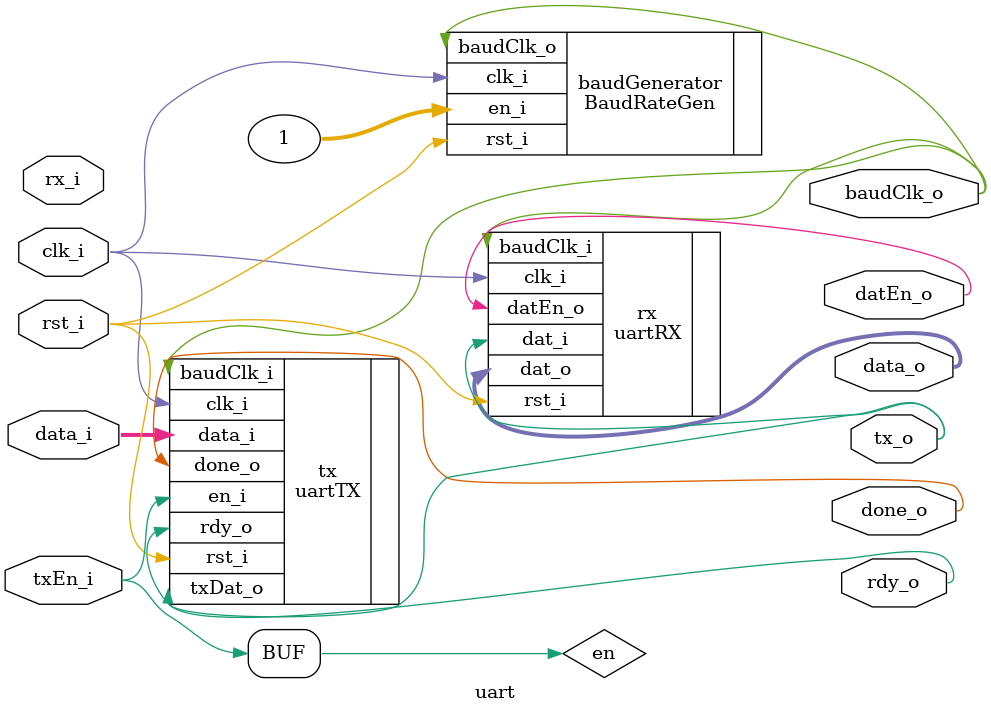
<source format=sv>
`timescale 1ns / 1ps


module uart 
#(
    parameter CLK_RATE = 100000000,
    parameter BAUD_RATE = 9600
 )
(
    input wire clk_i, rst_i,
    input wire txEn_i,
    input wire rx_i,
    input wire[7:0] data_i,
    output reg baudClk_o, tx_o, rdy_o, done_o, datEn_o,
    output reg[7:0] data_o
);

wire baudClk;

wire en;

//button_press_detector buttonDetect (
//    .clk_i   (clk_i),
//    .button_i(txEn_i),
//    .press_o (en)
//);

assign en = txEn_i;

BaudRateGen #(.MCLK(CLK_RATE), .BAUD(BAUD_RATE)) baudGenerator (
	.clk_i(clk_i), 
	.rst_i(rst_i),
	.en_i(1),
	.baudClk_o(baudClk_o)
);

uartTX tx (
    .clk_i    (clk_i),
    .baudClk_i(baudClk_o),
    .rst_i    (rst_i),
    .en_i     (en),
    .data_i   (data_i),
    .txDat_o  (tx_o),
    .rdy_o    (rdy_o),
    .done_o   (done_o)
);

uartRX rx (
	.clk_i(clk_i), 
	.baudClk_i(baudClk_o), 
	.rst_i(rst_i),
	.dat_i(tx_o),
	.datEn_o(datEn_o),
    .dat_o(data_o)
);

endmodule

</source>
